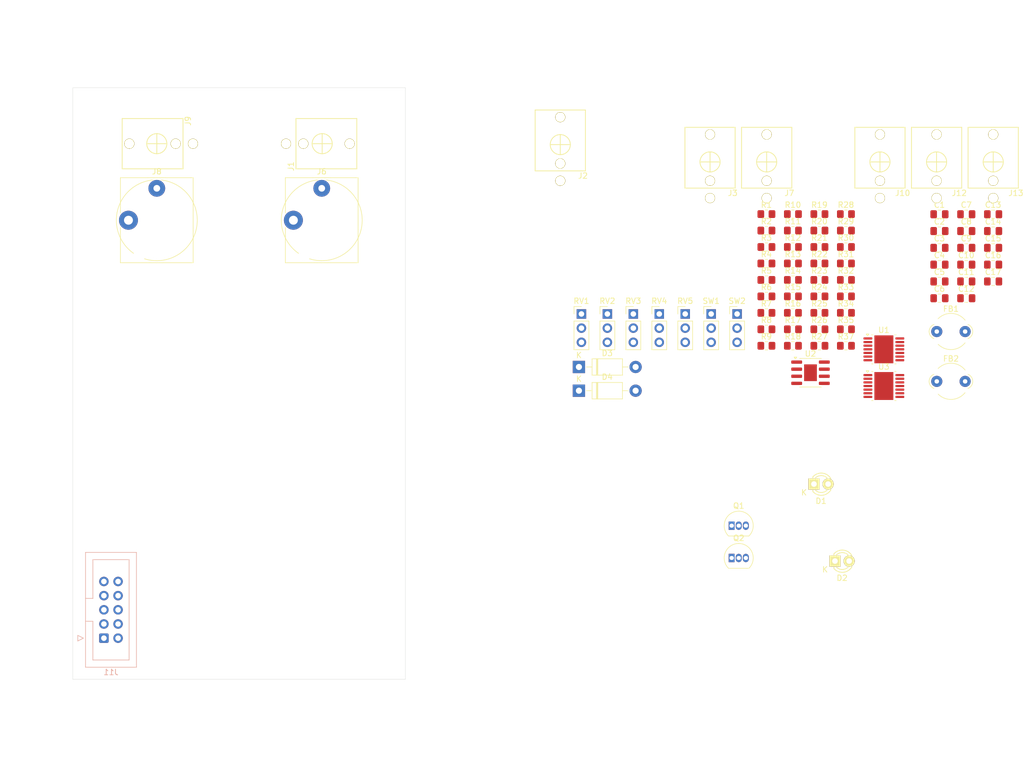
<source format=kicad_pcb>
(kicad_pcb (version 20240108) (generator "pcbnew") (generator_version "8.0")
  (layers (0 "F.Cu" signal) (31 "B.Cu" signal) (34 "B.Paste" user) (35 "F.Paste" user) (36 "B.SilkS" user "B.Silkscreen") (37 "F.SilkS" user "F.Silkscreen") (38 "B.Mask" user) (39 "F.Mask" user) (44 "Edge.Cuts" user))
  (net 0 "")
  (net 1 "Net-(C1-Pad1)")
  (net 2 "Net-(C1-Pad2)")
  (net 3 "Net-(C2-Pad1)")
  (net 4 "Net-(U1A--)")
  (net 5 "Net-(C3-Pad2)")
  (net 6 "Net-(C3-Pad1)")
  (net 7 "Net-(C4-Pad1)")
  (net 8 "Net-(U1C--)")
  (net 9 "+12V")
  (net 10 "GND")
  (net 11 "-12V")
  (net 12 "Net-(C13-Pad1)")
  (net 13 "Net-(C13-Pad2)")
  (net 14 "Net-(C14-Pad1)")
  (net 15 "Net-(U3B--)")
  (net 16 "Net-(C15-Pad2)")
  (net 17 "Net-(C15-Pad1)")
  (net 18 "Net-(C16-Pad1)")
  (net 19 "Net-(C16-Pad2)")
  (net 20 "Net-(U3D--)")
  (net 21 "Net-(C17-Pad2)")
  (net 22 "Net-(D1-K)")
  (net 23 "Net-(D2-K)")
  (net 24 "Net-(D3-A)")
  (net 25 "Net-(D4-K)")
  (net 26 "Net-(J11-Pin_10)")
  (net 27 "Net-(J11-Pin_1)")
  (net 28 "Net-(J1-Pad3)")
  (net 29 "Net-(J2-Pad3)")
  (net 30 "Net-(J3-Pad3)")
  (net 31 "Net-(J7-Pad3)")
  (net 32 "Net-(J9-Pad3)")
  (net 33 "Net-(J10-Pad3)")
  (net 34 "Net-(J12-Pad3)")
  (net 35 "Net-(J13-Pad3)")
  (net 36 "Net-(Q1-B)")
  (net 37 "Net-(Q1-E)")
  (net 38 "Net-(Q2-B)")
  (net 39 "Net-(Q2-E)")
  (net 40 "Net-(R4-Pad1)")
  (net 41 "Net-(U1B--)")
  (net 42 "Net-(U2A-+)")
  (net 43 "Net-(R10-Pad1)")
  (net 44 "Net-(U1D--)")
  (net 45 "Net-(U2B-+)")
  (net 46 "Net-(R19-Pad1)")
  (net 47 "/Buffered_inamp1")
  (net 48 "/Buffered_inamp2")
  (net 49 "Net-(R20-Pad1)")
  (net 50 "Net-(SW1-C)")
  (net 51 "Net-(SW1-A)")
  (net 52 "Net-(SW1-B)")
  (net 53 "Net-(R23-Pad2)")
  (net 54 "Net-(R24-Pad2)")
  (net 55 "Net-(R25-Pad1)")
  (net 56 "Net-(R26-Pad2)")
  (net 57 "Net-(SW2-C)")
  (net 58 "Net-(SW2-A)")
  (net 59 "Net-(R31-Pad2)")
  (net 60 "Net-(SW2-B)")
  (footprint "Resistor_SMD:R_0805_2012Metric_Pad1.20x1.40mm_HandSolder" (layer "F.Cu") (at 217.44 76.32)
    (property "Reference" "R2" (at 0 -1.65 0) (layer "F.SilkS"))
    (property "Value" "100k")
    (pad "1" smd roundrect (at -1 0) (size 1.2 1.4) (layers "F.Cu" "F.Paste" "F.Mask") (roundrect_rratio 0.208333) (net 2 "Net-(C1-Pad2)"))
    (pad "2" smd roundrect (at 1 0) (size 1.2 1.4) (layers "F.Cu" "F.Paste" "F.Mask") (roundrect_rratio 0.208333) (net 4 "Net-(U1A--)"))
  )
  (footprint "Capacitor_SMD:C_0805_2012Metric_Pad1.18x1.45mm_HandSolder" (layer "F.Cu") (at 258.07 73.4)
    (property "Reference" "C13" (at 0 -1.68 0) (layer "F.SilkS"))
    (property "Value" "1nF")
    (pad "1" smd roundrect (at -1.0375 0) (size 1.175 1.45) (layers "F.Cu" "F.Paste" "F.Mask") (roundrect_rratio 0.212766) (net 12 "Net-(C13-Pad1)"))
    (pad "2" smd roundrect (at 1.0375 0) (size 1.175 1.45) (layers "F.Cu" "F.Paste" "F.Mask") (roundrect_rratio 0.212766) (net 13 "Net-(C13-Pad2)"))
  )
  (footprint "Resistor_SMD:R_0805_2012Metric_Pad1.20x1.40mm_HandSolder" (layer "F.Cu") (at 222.19 76.32)
    (property "Reference" "R11" (at 0 -1.65 0) (layer "F.SilkS"))
    (property "Value" "10k")
    (pad "1" smd roundrect (at -1 0) (size 1.2 1.4) (layers "F.Cu" "F.Paste" "F.Mask") (roundrect_rratio 0.208333) (net 44 "Net-(U1D--)"))
    (pad "2" smd roundrect (at 1 0) (size 1.2 1.4) (layers "F.Cu" "F.Paste" "F.Mask") (roundrect_rratio 0.208333) (net 45 "Net-(U2B-+)"))
  )
  (footprint "Diode_THT:D_DO-41_SOD81_P10.16mm_Horizontal" (layer "F.Cu") (at 183.84 100.77)
    (property "Reference" "D3" (at 5.08 -2.47 0) (layer "F.SilkS"))
    (property "Value" "1N5817")
    (fp_text user "K" (at 0 -2.1 0) (layer "F.SilkS"))
    (pad "1" thru_hole rect (at 0 0) (size 2.2 2.2) (drill 1.1) (layers "*.Cu" "*.Mask") (net 9 "+12V"))
    (pad "2" thru_hole oval (at 10.16 0) (size 2.2 2.2) (drill 1.1) (layers "*.Cu" "*.Mask") (net 24 "Net-(D3-A)"))
  )
  (footprint "Resistor_SMD:R_0805_2012Metric_Pad1.20x1.40mm_HandSolder" (layer "F.Cu") (at 231.69 85.17)
    (property "Reference" "R32" (at 0 -1.65 0) (layer "F.SilkS"))
    (property "Value" "6.8k")
    (pad "1" smd roundrect (at -1 0) (size 1.2 1.4) (layers "F.Cu" "F.Paste" "F.Mask") (roundrect_rratio 0.208333) (net 59 "Net-(R31-Pad2)"))
    (pad "2" smd roundrect (at 1 0) (size 1.2 1.4) (layers "F.Cu" "F.Paste" "F.Mask") (roundrect_rratio 0.208333) (net 17 "Net-(C15-Pad1)"))
  )
  (footprint "Resistor_SMD:R_0805_2012Metric_Pad1.20x1.40mm_HandSolder" (layer "F.Cu") (at 231.69 88.12)
    (property "Reference" "R33" (at 0 -1.65 0) (layer "F.SilkS"))
    (property "Value" "2.2k")
    (pad "1" smd roundrect (at -1 0) (size 1.2 1.4) (layers "F.Cu" "F.Paste" "F.Mask") (roundrect_rratio 0.208333) (net 59 "Net-(R31-Pad2)"))
    (pad "2" smd roundrect (at 1 0) (size 1.2 1.4) (layers "F.Cu" "F.Paste" "F.Mask") (roundrect_rratio 0.208333) (net 18 "Net-(C16-Pad1)"))
  )
  (footprint "Capacitor_SMD:C_0805_2012Metric_Pad1.18x1.45mm_HandSolder" (layer "F.Cu") (at 258.07 82.43)
    (property "Reference" "C16" (at 0 -1.68 0) (layer "F.SilkS"))
    (property "Value" "33nF")
    (pad "1" smd roundrect (at -1.0375 0) (size 1.175 1.45) (layers "F.Cu" "F.Paste" "F.Mask") (roundrect_rratio 0.212766) (net 18 "Net-(C16-Pad1)"))
    (pad "2" smd roundrect (at 1.0375 0) (size 1.175 1.45) (layers "F.Cu" "F.Paste" "F.Mask") (roundrect_rratio 0.212766) (net 19 "Net-(C16-Pad2)"))
  )
  (footprint "Eurocad:PJ301M-12" (layer "F.Cu") (at 108.19 60.75 90)
    (property "Reference" "J9" (at 4.064 5.588 90) (layer "F.SilkS"))
    (property "Value" "AUDIO_IN2")
    (pad "1" thru_hole circle (at 0 6.48 90) (size 1.8 1.8) (drill 1.6) (layers "*.Cu" "*.Mask" "F.SilkS") (net 10 "GND"))
    (pad "2" thru_hole circle (at 0 3.38 90) (size 1.8 1.8) (drill 1.6) (layers "*.Cu" "*.Mask" "F.SilkS") (net 10 "GND"))
    (pad "3" thru_hole circle (at 0 -4.92 90) (size 1.8 1.8) (drill 1.6) (layers "*.Cu" "*.Mask" "F.SilkS") (net 32 "Net-(J9-Pad3)"))
  )
  (footprint "Resistor_SMD:R_0805_2012Metric_Pad1.20x1.40mm_HandSolder" (layer "F.Cu") (at 217.44 82.22)
    (property "Reference" "R4" (at 0 -1.65 0) (layer "F.SilkS"))
    (property "Value" "1k")
    (pad "1" smd roundrect (at -1 0) (size 1.2 1.4) (layers "F.Cu" "F.Paste" "F.Mask") (roundrect_rratio 0.208333) (net 40 "Net-(R4-Pad1)"))
    (pad "2" smd roundrect (at 1 0) (size 1.2 1.4) (layers "F.Cu" "F.Paste" "F.Mask") (roundrect_rratio 0.208333) (net 41 "Net-(U1B--)"))
  )
  (footprint "Capacitor_SMD:C_0805_2012Metric_Pad1.18x1.45mm_HandSolder" (layer "F.Cu") (at 248.45 88.45)
    (property "Reference" "C6" (at 0 -1.68 0) (layer "F.SilkS"))
    (property "Value" "10uF")
    (pad "1" smd roundrect (at -1.0375 0) (size 1.175 1.45) (layers "F.Cu" "F.Paste" "F.Mask") (roundrect_rratio 0.212766) (net 10 "GND"))
    (pad "2" smd roundrect (at 1.0375 0) (size 1.175 1.45) (layers "F.Cu" "F.Paste" "F.Mask") (roundrect_rratio 0.212766) (net 11 "-12V"))
  )
  (footprint "Capacitor_SMD:C_0805_2012Metric_Pad1.18x1.45mm_HandSolder" (layer "F.Cu") (at 248.45 76.41)
    (property "Reference" "C2" (at 0 -1.68 0) (layer "F.SilkS"))
    (property "Value" "47pF")
    (pad "1" smd roundrect (at -1.0375 0) (size 1.175 1.45) (layers "F.Cu" "F.Paste" "F.Mask") (roundrect_rratio 0.212766) (net 3 "Net-(C2-Pad1)"))
    (pad "2" smd roundrect (at 1.0375 0) (size 1.175 1.45) (layers "F.Cu" "F.Paste" "F.Mask") (roundrect_rratio 0.212766) (net 4 "Net-(U1A--)"))
  )
  (footprint "Resistor_SMD:R_0805_2012Metric_Pad1.20x1.40mm_HandSolder" (layer "F.Cu") (at 226.94 79.27)
    (property "Reference" "R21" (at 0 -1.65 0) (layer "F.SilkS"))
    (property "Value" "10k")
    (pad "1" smd roundrect (at -1 0) (size 1.2 1.4) (layers "F.Cu" "F.Paste" "F.Mask") (roundrect_rratio 0.208333) (net 34 "Net-(J12-Pad3)"))
    (pad "2" smd roundrect (at 1 0) (size 1.2 1.4) (layers "F.Cu" "F.Paste" "F.Mask") (roundrect_rratio 0.208333) (net 50 "Net-(SW1-C)"))
  )
  (footprint "Eurocad:PJ301M-12" (layer "F.Cu") (at 237.79 64.02)
    (property "Reference" "J10" (at 4.064 5.588 0) (layer "F.SilkS"))
    (property "Value" "AUDIO_OUT_INAMP2")
    (pad "1" thru_hole circle (at 0 6.48) (size 1.8 1.8) (drill 1.6) (layers "*.Cu" "*.Mask" "F.SilkS") (net 10 "GND"))
    (pad "2" thru_hole circle (at 0 3.38) (size 1.8 1.8) (drill 1.6) (layers "*.Cu" "*.Mask" "F.SilkS") (net 10 "GND"))
    (pad "3" thru_hole circle (at 0 -4.92) (size 1.8 1.8) (drill 1.6) (layers "*.Cu" "*.Mask" "F.SilkS") (net 33 "Net-(J10-Pad3)"))
  )
  (footprint "Resistor_SMD:R_0805_2012Metric_Pad1.20x1.40mm_HandSolder" (layer "F.Cu") (at 226.94 82.22)
    (property "Reference" "R22" (at 0 -1.65 0) (layer "F.SilkS"))
    (property "Value" "10k")
    (pad "1" smd roundrect (at -1 0) (size 1.2 1.4) (layers "F.Cu" "F.Paste" "F.Mask") (roundrect_rratio 0.208333) (net 47 "/Buffered_inamp1"))
    (pad "2" smd roundrect (at 1 0) (size 1.2 1.4) (layers "F.Cu" "F.Paste" "F.Mask") (roundrect_rratio 0.208333) (net 51 "Net-(SW1-A)"))
  )
  (footprint "Connector_PinHeader_2.54mm:PinHeader_1x03_P2.54mm_Vertical" (layer "F.Cu") (at 198.24 91.27)
    (property "Reference" "RV4" (at 0 -2.33 0) (layer "F.SilkS"))
    (property "Value" "10k")
    (pad "1" thru_hole rect (at 0 0) (size 1.7 1.7) (drill 1) (layers "*.Cu" "*.Mask") (net 53 "Net-(R23-Pad2)"))
    (pad "2" thru_hole oval (at 0 2.54) (size 1.7 1.7) (drill 1) (layers "*.Cu" "*.Mask") (net 12 "Net-(C13-Pad1)"))
    (pad "3" thru_hole oval (at 0 5.08) (size 1.7 1.7) (drill 1) (layers "*.Cu" "*.Mask") (net 14 "Net-(C14-Pad1)"))
  )
  (footprint "Resistor_SMD:R_0805_2012Metric_Pad1.20x1.40mm_HandSolder" (layer "F.Cu") (at 231.69 91.07)
    (property "Reference" "R34" (at 0 -1.65 0) (layer "F.SilkS"))
    (property "Value" "6.8k")
    (pad "1" smd roundrect (at -1 0) (size 1.2 1.4) (layers "F.Cu" "F.Paste" "F.Mask") (roundrect_rratio 0.208333) (net 19 "Net-(C16-Pad2)"))
    (pad "2" smd roundrect (at 1 0) (size 1.2 1.4) (layers "F.Cu" "F.Paste" "F.Mask") (roundrect_rratio 0.208333) (net 21 "Net-(C17-Pad2)"))
  )
  (footprint "Resistor_SMD:R_0805_2012Metric_Pad1.20x1.40mm_HandSolder" (layer "F.Cu") (at 231.69 76.32)
    (property "Reference" "R29" (at 0 -1.65 0) (layer "F.SilkS"))
    (property "Value" "10k")
    (pad "1" smd roundrect (at -1 0) (size 1.2 1.4) (layers "F.Cu" "F.Paste" "F.Mask") (roundrect_rratio 0.208333) (net 29 "Net-(J2-Pad3)"))
    (pad "2" smd roundrect (at 1 0) (size 1.2 1.4) (layers "F.Cu" "F.Paste" "F.Mask") (roundrect_rratio 0.208333) (net 57 "Net-(SW2-C)"))
  )
  (footprint "Resistor_SMD:R_0805_2012Metric_Pad1.20x1.40mm_HandSolder" (layer "F.Cu") (at 222.19 88.12)
    (property "Reference" "R15" (at 0 -1.65 0) (layer "F.SilkS"))
    (property "Value" "470")
    (pad "1" smd roundrect (at -1 0) (size 1.2 1.4) (layers "F.Cu" "F.Paste" "F.Mask") (roundrect_rratio 0.208333) (net 10 "GND"))
    (pad "2" smd roundrect (at 1 0) (size 1.2 1.4) (layers "F.Cu" "F.Paste" "F.Mask") (roundrect_rratio 0.208333) (net 37 "Net-(Q1-E)"))
  )
  (footprint "Resistor_SMD:R_0805_2012Metric_Pad1.20x1.40mm_HandSolder" (layer "F.Cu") (at 222.19 82.22)
    (property "Reference" "R13" (at 0 -1.65 0) (layer "F.SilkS"))
    (property "Value" "22k")
    (pad "1" smd roundrect (at -1 0) (size 1.2 1.4) (layers "F.Cu" "F.Paste" "F.Mask") (roundrect_rratio 0.208333) (net 36 "Net-(Q1-B)"))
    (pad "2" smd roundrect (at 1 0) (size 1.2 1.4) (layers "F.Cu" "F.Paste" "F.Mask") (roundrect_rratio 0.208333) (net 9 "+12V"))
  )
  (footprint "Eurocad:PJ301M-12" (layer "F.Cu") (at 258.09 64.02)
    (property "Reference" "J13" (at 4.064 5.588 0) (layer "F.SilkS"))
    (property "Value" "AUDIO_OUT_EQ")
    (pad "1" thru_hole circle (at 0 6.48) (size 1.8 1.8) (drill 1.6) (layers "*.Cu" "*.Mask" "F.SilkS") (net 10 "GND"))
    (pad "2" thru_hole circle (at 0 3.38) (size 1.8 1.8) (drill 1.6) (layers "*.Cu" "*.Mask" "F.SilkS") (net 10 "GND"))
    (pad "3" thru_hole circle (at 0 -4.92) (size 1.8 1.8) (drill 1.6) (layers "*.Cu" "*.Mask" "F.SilkS") (net 35 "Net-(J13-Pad3)"))
  )
  (footprint "Resistor_SMD:R_0805_2012Metric_Pad1.20x1.40mm_HandSolder" (layer "F.Cu") (at 231.69 94.02)
    (property "Reference" "R35" (at 0 -1.65 0) (layer "F.SilkS"))
    (property "Value" "2.2k")
    (pad "1" smd roundrect (at -1 0) (size 1.2 1.4) (layers "F.Cu" "F.Paste" "F.Mask") (roundrect_rratio 0.208333) (net 16 "Net-(C15-Pad2)"))
    (pad "2" smd roundrect (at 1 0) (size 1.2 1.4) (layers "F.Cu" "F.Paste" "F.Mask") (roundrect_rratio 0.208333) (net 21 "Net-(C17-Pad2)"))
  )
  (footprint "Capacitor_SMD:C_0805_2012Metric_Pad1.18x1.45mm_HandSolder" (layer "F.Cu") (at 253.26 82.43)
    (property "Reference" "C10" (at 0 -1.68 0) (layer "F.SilkS"))
    (property "Value" "100nf")
    (pad "1" smd roundrect (at -1.0375 0) (size 1.175 1.45) (layers "F.Cu" "F.Paste" "F.Mask") (roundrect_rratio 0.212766) (net 10 "GND"))
    (pad "2" smd roundrect (at 1.0375 0) (size 1.175 1.45) (layers "F.Cu" "F.Paste" "F.Mask") (roundrect_rratio 0.212766) (net 11 "-12V"))
  )
  (footprint "Capacitor_SMD:C_0805_2012Metric_Pad1.18x1.45mm_HandSolder" (layer "F.Cu") (at 253.26 76.41)
    (property "Reference" "C8" (at 0 -1.68 0) (layer "F.SilkS"))
    (property "Value" "100nf")
    (pad "1" smd roundrect (at -1.0375 0) (size 1.175 1.45) (layers "F.Cu" "F.Paste" "F.Mask") (roundrect_rratio 0.212766) (net 10 "GND"))
    (pad "2" smd roundrect (at 1.0375 0) (size 1.175 1.45) (layers "F.Cu" "F.Paste" "F.Mask") (roundrect_rratio 0.212766) (net 11 "-12V"))
  )
  (footprint "Resistor_SMD:R_0805_2012Metric_Pad1.20x1.40mm_HandSolder" (layer "F.Cu") (at 222.19 94.02)
    (property "Reference" "R17" (at 0 -1.65 0) (layer "F.SilkS"))
    (property "Value" "1k")
    (pad "1" smd roundrect (at -1 0) (size 1.2 1.4) (layers "F.Cu" "F.Paste" "F.Mask") (roundrect_rratio 0.208333) (net 45 "Net-(U2B-+)"))
    (pad "2" smd roundrect (at 1 0) (size 1.2 1.4) (layers "F.Cu" "F.Paste" "F.Mask") (roundrect_rratio 0.208333) (net 38 "Net-(Q2-B)"))
  )
  (footprint "Diode_THT:D_DO-41_SOD81_P10.16mm_Horizontal" (layer "F.Cu") (at 183.84 105.02)
    (property "Reference" "D4" (at 5.08 -2.47 0) (layer "F.SilkS"))
    (property "Value" "1N5817")
    (fp_text user "K" (at 0 -2.1 0) (layer "F.SilkS"))
    (pad "1" thru_hole rect (at 0 0) (size 2.2 2.2) (drill 1.1) (layers "*.Cu" "*.Mask") (net 25 "Net-(D4-K)"))
    (pad "2" thru_hole oval (at 10.16 0) (size 2.2 2.2) (drill 1.1) (layers "*.Cu" "*.Mask") (net 11 "-12V"))
  )
  (footprint "Connector_PinHeader_2.54mm:PinHeader_1x03_P2.54mm_Vertical" (layer "F.Cu") (at 188.94 91.27)
    (property "Reference" "RV2" (at 0 -2.33 0) (layer "F.SilkS"))
    (property "Value" "10k")
    (pad "1" thru_hole rect (at 0 0) (size 1.7 1.7) (drill 1) (layers "*.Cu" "*.Mask") (net 10 "GND"))
    (pad "2" thru_hole oval (at 0 2.54) (size 1.7 1.7) (drill 1) (layers "*.Cu" "*.Mask") (net 43 "Net-(R10-Pad1)"))
    (pad "3" thru_hole oval (at 0 5.08) (size 1.7 1.7) (drill 1) (layers "*.Cu" "*.Mask") (net 7 "Net-(C4-Pad1)"))
  )
  (footprint "Package_TO_SOT_THT:TO-92_Inline" (layer "F.Cu") (at 211.21 129.21)
    (property "Reference" "Q1" (at 1.27 -3.56 0) (layer "F.SilkS"))
    (property "Value" "2N3904")
    (pad "1" thru_hole rect (at 0 0) (size 1.05 1.5) (drill 0.75) (layers "*.Cu" "*.Mask") (net 37 "Net-(Q1-E)"))
    (pad "2" thru_hole oval (at 1.27 0) (size 1.05 1.5) (drill 0.75) (layers "*.Cu" "*.Mask") (net 36 "Net-(Q1-B)"))
    (pad "3" thru_hole oval (at 2.54 0) (size 1.05 1.5) (drill 0.75) (layers "*.Cu" "*.Mask") (net 22 "Net-(D1-K)"))
  )
  (footprint "Eurocad:PJ301M-12" (layer "F.Cu") (at 207.34 64.02)
    (property "Reference" "J3" (at 4.064 5.588 0) (layer "F.SilkS"))
    (property "Value" "AUDIO_OUT_TILT")
    (pad "1" thru_hole circle (at 0 6.48) (size 1.8 1.8) (drill 1.6) (layers "*.Cu" "*.Mask" "F.SilkS") (net 10 "GND"))
    (pad "2" thru_hole circle (at 0 3.38) (size 1.8 1.8) (drill 1.6) (layers "*.Cu" "*.Mask" "F.SilkS") (net 10 "GND"))
    (pad "3" thru_hole circle (at 0 -4.92) (size 1.8 1.8) (drill 1.6) (layers "*.Cu" "*.Mask" "F.SilkS") (net 30 "Net-(J3-Pad3)"))
  )
  (footprint "Capacitor_SMD:C_0805_2012Metric_Pad1.18x1.45mm_HandSolder" (layer "F.Cu") (at 258.07 85.44)
    (property "Reference" "C17" (at 0 -1.68 0) (layer "F.SilkS"))
    (property "Value" "22pF")
    (pad "1" smd roundrect (at -1.0375 0) (size 1.175 1.45) (layers "F.Cu" "F.Paste" "F.Mask") (roundrect_rratio 0.212766) (net 20 "Net-(U3D--)"))
    (pad "2" smd roundrect (at 1.0375 0) (size 1.175 1.45) (layers "F.Cu" "F.Paste" "F.Mask") (roundrect_rratio 0.212766) (net 21 "Net-(C17-Pad2)"))
  )
  (footprint "Capacitor_SMD:C_0805_2012Metric_Pad1.18x1.45mm_HandSolder" (layer "F.Cu") (at 253.26 85.44)
    (property "Reference" "C11" (at 0 -1.68 0) (layer "F.SilkS"))
    (property "Value" "100nf")
    (pad "1" smd roundrect (at -1.0375 0) (size 1.175 1.45) (layers "F.Cu" "F.Paste" "F.Mask") (roundrect_rratio 0.212766) (net 9 "+12V"))
    (pad "2" smd roundrect (at 1.0375 0) (size 1.175 1.45) (layers "F.Cu" "F.Paste" "F.Mask") (roundrect_rratio 0.212766) (net 10 "GND"))
  )
  (footprint "Capacitor_SMD:C_0805_2012Metric_Pad1.18x1.45mm_HandSolder" (layer "F.Cu") (at 258.07 79.42)
    (property "Reference" "C15" (at 0 -1.68 0) (layer "F.SilkS"))
    (property "Value" "33nF")
    (pad "1" smd roundrect (at -1.0375 0) (size 1.175 1.45) (layers "F.Cu" "F.Paste" "F.Mask") (roundrect_rratio 0.212766) (net 17 "Net-(C15-Pad1)"))
    (pad "2" smd roundrect (at 1.0375 0) (size 1.175 1.45) (layers "F.Cu" "F.Paste" "F.Mask") (roundrect_rratio 0.212766) (net 16 "Net-(C15-Pad2)"))
  )
  (footprint "Capacitor_SMD:C_0805_2012Metric_Pad1.18x1.45mm_HandSolder" (layer "F.Cu") (at 248.45 82.43)
    (property "Reference" "C4" (at 0 -1.68 0) (layer "F.SilkS"))
    (property "Value" "47pF")
    (pad "1" smd roundrect (at -1.0375 0) (size 1.175 1.45) (layers "F.Cu" "F.Paste" "F.Mask") (roundrect_rratio 0.212766) (net 7 "Net-(C4-Pad1)"))
    (pad "2" smd roundrect (at 1.0375 0) (size 1.175 1.45) (layers "F.Cu" "F.Paste" "F.Mask") (roundrect_rratio 0.212766) (net 8 "Net-(U1C--)"))
  )
  (footprint "Connector_Audio:Jack_6.35mm_Neutrik_NJ2FD-V_Vertical" (layer "F.Cu") (at 137.75 68.75)
    (property "Reference" "J6" (at 0 -3 0) (layer "F.SilkS"))
    (property "Value" "line input1")
    (pad "" np_thru_hole circle (at -3.18 12.07 180) (size 1.6 1.6) (drill 1.6) (layers "*.Cu" "*.Mask"))
    (pad "" np_thru_hole circle (at 3.81 1.91 180) (size 2.1 2.1) (drill 2.1) (layers "*.Cu" "*.Mask"))
    (pad "S" thru_hole circle (at -5.08 5.72 180) (size 3.4 3.4) (drill 1.6) (layers "*.Cu" "*.Mask") (net 10 "GND"))
    (pad "T" thru_hole circle (at 0 0 180) (size 3 3) (drill 1.2) (layers "*.Cu" "*.Mask") (net 1 "Net-(C1-Pad1)"))
  )
  (footprint "Resistor_SMD:R_0805_2012Metric_Pad1.20x1.40mm_HandSolder" (layer "F.Cu") (at 231.69 73.37)
    (property "Reference" "R28" (at 0 -1.65 0) (layer "F.SilkS"))
    (property "Value" "1k")
    (pad "1" smd roundrect (at -1 0) (size 1.2 1.4) (layers "F.Cu" "F.Paste" "F.Mask") (roundrect_rratio 0.208333) (net 14 "Net-(C14-Pad1)"))
    (pad "2" smd roundrect (at 1 0) (size 1.2 1.4) (layers "F.Cu" "F.Paste" "F.Mask") (roundrect_rratio 0.208333) (net 35 "Net-(J13-Pad3)"))
  )
  (footprint "Resistor_SMD:R_0805_2012Metric_Pad1.20x1.40mm_HandSolder" (layer "F.Cu") (at 222.19 79.27)
    (property "Reference" "R12" (at 0 -1.65 0) (layer "F.SilkS"))
    (property "Value" "1k")
    (pad "1" smd roundrect (at -1 0) (size 1.2 1.4) (layers "F.Cu" "F.Paste" "F.Mask") (roundrect_rratio 0.208333) (net 45 "Net-(U2B-+)"))
    (pad "2" smd roundrect (at 1 0) (size 1.2 1.4) (layers "F.Cu" "F.Paste" "F.Mask") (roundrect_rratio 0.208333) (net 33 "Net-(J10-Pad3)"))
  )
  (footprint "Ferrite_THT:LairdTech_28C0236-0JW-10" (layer "F.Cu") (at 247.972832 94.42)
    (property "Reference" "FB1" (at 2.54 -4.064 0) (layer "F.SilkS"))
    (property "Value" "FerriteBead_Small")
    (pad "1" thru_hole circle (at 0 0) (size 2 2) (drill 0.8) (layers "*.Cu" "*.Mask") (net 24 "Net-(D3-A)"))
    (pad "2" thru_hole circle (at 5.08 0) (size 2 2) (drill 0.8) (layers "*.Cu" "*.Mask") (net 26 "Net-(J11-Pin_10)"))
  )
  (footprint "Connector_PinHeader_2.54mm:PinHeader_1x03_P2.54mm_Vertical" (layer "F.Cu") (at 202.89 91.27)
    (property "Reference" "RV5" (at 0 -2.33 0) (layer "F.SilkS"))
    (property "Value" "10k")
    (pad "1" thru_hole rect (at 0 0) (size 1.7 1.7) (drill 1) (layers "*.Cu" "*.Mask") (net 19 "Net-(C16-Pad2)"))
    (pad "2" thru_hole oval (at 0 2.54) (size 1.7 1.7) (drill 1) (layers "*.Cu" "*.Mask") (net 20 "Net-(U3D--)"))
    (pad "3" thru_hole oval (at 0 5.08) (size 1.7 1.7) (drill 1) (layers "*.Cu" "*.Mask") (net 17 "Net-(C15-Pad1)"))
  )
  (footprint "Capacitor_SMD:C_0805_2012Metric_Pad1.18x1.45mm_HandSolder" (layer "F.Cu") (at 248.45 73.4)
    (property "Reference" "C1" (at 0 -1.68 0) (layer "F.SilkS"))
    (property "Value" "220n")
    (pad "1" smd roundrect (at -1.0375 0) (size 1.175 1.45) (layers "F.Cu" "F.Paste" "F.Mask") (roundrect_rratio 0.212766) (net 1 "Net-(C1-Pad1)"))
    (pad "2" smd roundrect (at 1.0375 0) (size 1.175 1.45) (layers "F.Cu" "F.Paste" "F.Mask") (roundrect_rratio 0.212766) (net 2 "Net-(C1-Pad2)"))
  )
  (footprint "Capacitor_SMD:C_0805_2012Metric_Pad1.18x1.45mm_HandSolder" (layer "F.Cu") (at 258.07 76.41)
    (property "Reference" "C14" (at 0 -1.68 0) (layer "F.SilkS"))
    (property "Value" "22pF")
    (pad "1" smd roundrect (at -1.0375 0) (size 1.175 1.45) (layers "F.Cu" "F.Paste" "F.Mask") (roundrect_rratio 0.212766) (net 14 "Net-(C14-Pad1)"))
    (pad "2" smd roundrect (at 1.0375 0) (size 1.175 1.45) (layers "F.Cu" "F.Paste" "F.Mask") (roundrect_rratio 0.212766) (net 15 "Net-(U3B--)"))
  )
  (footprint "Capacitor_SMD:C_0805_2012Metric_Pad1.18x1.45mm_HandSolder" (layer "F.Cu") (at 253.26 79.42)
    (property "Reference" "C9" (at 0 -1.68 0) (layer "F.SilkS"))
    (property "Value" "100nf")
    (pad "1" smd roundrect (at -1.0375 0) (size 1.175 1.45) (layers "F.Cu" "F.Paste" "F.Mask") (roundrect_rratio 0.212766) (net 9 "+12V"))
    (pad "2" smd roundrect (at 1.0375 0) (size 1.175 1.45) (layers "F.Cu" "F.Paste" "F.Mask") (roundrect_rratio 0.212766) (net 10 "GND"))
  )
  (footprint "Resistor_SMD:R_0805_2012Metric_Pad1.20x1.40mm_HandSolder" (layer "F.Cu") (at 226.94 73.37)
    (property "Reference" "R19" (at 0 -1.65 0) (layer "F.SilkS"))
    (property "Value" "100R")
    (pad "1" smd roundrect (at -1 0) (size 1.2 1.4) (layers "F.Cu" "F.Paste" "F.Mask") (roundrect_rratio 0.208333) (net 46 "Net-(R19-Pad1)"))
    (pad "2" smd roundrect (at 1 0) (size 1.2 1.4) (layers "F.Cu" "F.Paste" "F.Mask") (roundrect_rratio 0.208333) (net 47 "/Buffered_inamp1"))
  )
  (footprint "Resistor_SMD:R_0805_2012Metric_Pad1.20x1.40mm_HandSolder" (layer "F.Cu") (at 226.94 76.32)
    (property "Reference" "R20" (at 0 -1.65 0) (layer "F.SilkS"))
    (property "Value" "100R")
    (pad "1" smd roundrect (at -1 0) (size 1.2 1.4) (layers "F.Cu" "F.Paste" "F.Mask") (roundrect_rratio 0.208333) (net 49 "Net-(R20-Pad1)"))
    (pad "2" smd roundrect (at 1 0) (size 1.2 1.4) (layers "F.Cu" "F.Paste" "F.Mask") (roundrect_rratio 0.208333) (net 48 "/Buffered_inamp2"))
  )
  (footprint "Resistor_SMD:R_0805_2012Metric_Pad1.20x1.40mm_HandSolder" (layer "F.Cu") (at 217.44 73.37)
    (property "Reference" "R1" (at 0 -1.65 0) (layer "F.SilkS"))
    (property "Value" "100k")
    (pad "1" smd roundrect (at -1 0) (size 1.2 1.4) (layers "F.Cu" "F.Paste" "F.Mask") (roundrect_rratio 0.208333) (net 28 "Net-(J1-Pad3)"))
    (pad "2" smd roundrect (at 1 0) (size 1.2 1.4) (layers "F.Cu" "F.Paste" "F.Mask") (roundrect_rratio 0.208333) (net 4 "Net-(U1A--)"))
  )
  (footprint "Resistor_SMD:R_0805_2012Metric_Pad1.20x1.40mm_HandSolder" (layer "F.Cu") (at 217.44 91.07)
    (property "Reference" "R7" (at 0 -1.65 0) (layer "F.SilkS"))
    (property "Value" "100k")
    (pad "1" smd roundrect (at -1 0) (size 1.2 1.4) (layers "F.Cu" "F.Paste" "F.Mask") (roundrect_rratio 0.208333) (net 5 "Net-(C3-Pad2)"))
    (pad "2" smd roundrect (at 1 0) (size 1.2 1.4) (layers "F.Cu" "F.Paste" "F.Mask") (roundrect_rratio 0.208333) (net 8 "Net-(U1C--)"))
  )
  (footprint "Connector_PinHeader_2.54mm:PinHeader_1x03_P2.54mm_Vertical" (layer "F.Cu") (at 212.19 91.27)
    (property "Reference" "SW2" (at 0 -2.33 0) (layer "F.SilkS"))
    (property "Value" "SW_SPDT")
    (pad "1" thru_hole rect (at 0 0) (size 1.7 1.7) (drill 1) (layers "*.Cu" "*.Mask") (net 58 "Net-(SW2-A)"))
    (pad "2" thru_hole oval (at 0 2.54) (size 1.7 1.7) (drill 1) (layers "*.Cu" "*.Mask") (net 60 "Net-(SW2-B)"))
    (pad "3" thru_hole oval (at 0 5.08) (size 1.7 1.7) (drill 1) (layers "*.Cu" "*.Mask") (net 57 "Net-(SW2-C)"))
  )
  (footprint "Package_TO_SOT_THT:TO-92_Inline" (layer "F.Cu") (at 211.21 135)
    (property "Reference" "Q2" (at 1.27 -3.56 0) (layer "F.SilkS"))
    (property "Value" "2N3904")
    (pad "1" thru_hole rect (at 0 0) (size 1.05 1.5) (drill 0.75) (layers "*.Cu" "*.Mask") (net 39 "Net-(Q2-E)"))
    (pad "2" thru_hole oval (at 1.27 0) (size 1.05 1.5) (drill 0.75) (layers "*.Cu" "*.Mask") (net 38 "Net-(Q2-B)"))
    (pad "3" thru_hole oval (at 2.54 0) (size 1.05 1.5) (drill 0.75) (layers "*.Cu" "*.Mask") (net 23 "Net-(D2-K)"))
  )
  (footprint "Connector_PinHeader_2.54mm:PinHeader_1x03_P2.54mm_Vertical" (layer "F.Cu") (at 193.59 91.27)
    (property "Reference" "RV3" (at 0 -2.33 0) (layer "F.SilkS"))
    (property "Value" "10k")
    (pad "1" thru_hole rect (at 0 0) (size 1.7 1.7) (drill 1) (layers "*.Cu" "*.Mask") (net 55 "Net-(R25-Pad1)"))
    (pad "2" thru_hole oval (at 0 2.54) (size 1.7 1.7) (drill 1) (layers "*.Cu" "*.Mask") (net 56 "Net-(R26-Pad2)"))
    (pad "3" thru_hole oval (at 0 5.08) (size 1.7 1.7) (drill 1) (layers "*.Cu" "*.Mask") (net 54 "Net-(R24-Pad2)"))
  )
  (footprint "Resistor_SMD:R_0805_2012Metric_Pad1.20x1.40mm_HandSolder" (layer "F.Cu") (at 222.19 91.07)
    (property "Reference" "R16" (at 0 -1.65 0) (layer "F.SilkS"))
    (property "Value" "22k")
    (pad "1" smd roundrect (at -1 0) (size 1.2 1.4) (layers "F.Cu" "F.Paste" "F.Mask") (roundrect_rratio 0.208333) (net 38 "Net-(Q2-B)"))
    (pad "2" smd roundrect (at 1 0) (size 1.2 1.4) (layers "F.Cu" "F.Paste" "F.Mask") (roundrect_rratio 0.208333) (net 9 "+12V"))
  )
  (footprint "Eurocad:LED3mm" (layer "F.Cu") (at 227.23 121.75)
    (property "Reference" "D1" (at 0 3.048 0) (layer "F.SilkS"))
    (property "Value" "led3mm")
    (fp_text user "K" (at -3.048 1.524 0) (layer "F.SilkS"))
    (pad "1" thru_hole rect (at -1.27 0 90) (size 2 2) (drill 1.00076) (layers "*.Cu" "*.Mask" "F.SilkS") (net 22 "Net-(D1-K)"))
    (pad "2" thru_hole circle (at 1.27 0) (size 2 2) (drill 1.00076) (layers "*.Cu" "*.Mask" "F.SilkS") (net 9 "+12V"))
  )
  (footprint "Resistor_SMD:R_0805_2012Metric_Pad1.20x1.40mm_HandSolder" (layer "F.Cu") (at 217.44 96.97)
    (property "Reference" "R9" (at 0 -1.65 0) (layer "F.SilkS"))
    (property "Value" "220k")
    (pad "1" smd roundrect (at -1 0) (size 1.2 1.4) (layers "F.Cu" "F.Paste" "F.Mask") (roundrect_rratio 0.208333) (net 8 "Net-(U1C--)"))
    (pad "2" smd roundrect (at 1 0) (size 1.2 1.4) (layers "F.Cu" "F.Paste" "F.Mask") (roundrect_rratio 0.208333) (net 7 "Net-(C4-Pad1)"))
  )
  (footprint "Eurocad:PJ301M-12" (layer "F.Cu") (at 217.49 64.02)
    (property "Reference" "J7" (at 4.064 5.588 0) (layer "F.SilkS"))
    (property "Value" "AUDIO_OUT_INAMP1")
    (pad "1" thru_hole circle (at 0 6.48) (size 1.8 1.8) (drill 1.6) (layers "*.Cu" "*.Mask" "F.SilkS") (net 10 "GND"))
    (pad "2" thru_hole circle (at 0 3.38) (size 1.8 1.8) (drill 1.6) (layers "*.Cu" "*.Mask" "F.SilkS") (net 10 "GND"))
    (pad "3" thru_hole circle (at 0 -4.92) (size 1.8 1.8) (drill 1.6) (layers "*.Cu" "*.Mask" "F.SilkS") (net 31 "Net-(J7-Pad3)"))
  )
  (footprint "Resistor_SMD:R_0805_2012Metric_Pad1.20x1.40mm_HandSolder" (layer "F.Cu") (at 226.94 94.02)
    (property "Reference" "R26" (at 0 -1.65 0) (layer "F.SilkS"))
    (property "Value" "22k")
    (pad "1" smd roundrect (at -1 0) (size 1.2 1.4) (layers "F.Cu" "F.Paste" "F.Mask") (roundrect_rratio 0.208333) (net 15 "Net-(U3B--)"))
    (pad "2" smd roundrect (at 1 0) (size 1.2 1.4) (layers "F.Cu" "F.Paste" "F.Mask") (roundrect_rratio 0.208333) (net 56 "Net-(R26-Pad2)"))
  )
  (footprint "Resistor_SMD:R_0805_2012Metric_Pad1.20x1.40mm_HandSolder" (layer "F.Cu") (at 217.44 94.02)
    (property "Reference" "R8" (at 0 -1.65 0) (layer "F.SilkS"))
    (property "Value" "100k")
    (pad "1" smd roundrect (at -1 0) (size 1.2 1.4) (layers "F.Cu" "F.Paste" "F.Mask") (roundrect_rratio 0.208333) (net 32 "Net-(J9-Pad3)"))
    (pad "2" smd roundrect (at 1 0) (size 1.2 1.4) (layers "F.Cu" "F.Paste" "F.Mask") (roundrect_rratio 0.208333) (net 8 "Net-(U1C--)"))
  )
  (footprint "Capacitor_SMD:C_0805_2012Metric_Pad1.18x1.45mm_HandSolder" (layer "F.Cu") (at 248.45 79.42)
    (property "Reference" "C3" (at 0 -1.68 0) (layer "F.SilkS"))
    (property "Value" "220n")
    (pad "1" smd roundrect (at -1.0375 0) (size 1.175 1.45) (layers "F.Cu" "F.Paste" "F.Mask") (roundrect_rratio 0.212766) (net 6 "Net-(C3-Pad1)"))
    (pad "2" smd roundrect (at 1.0375 0) (size 1.175 1.45) (layers "F.Cu" "F.Paste" "F.Mask") (roundrect_rratio 0.212766) (net 5 "Net-(C3-Pad2)"))
  )
  (footprint "Resistor_SMD:R_0805_2012Metric_Pad1.20x1.40mm_HandSolder" (layer "F.Cu") (at 222.19 73.37)
    (property "Reference" "R10" (at 0 -1.65 0) (layer "F.SilkS"))
    (property "Value" "1k")
    (pad "1" smd roundrect (at -1 0) (size 1.2 1.4) (layers "F.Cu" "F.Paste" "F.Mask") (roundrect_rratio 0.208333) (net 43 "Net-(R10-Pad1)"))
    (pad "2" smd roundrect (at 1 0) (size 1.2 1.4) (layers "F.Cu" "F.Paste" "F.Mask") (roundrect_rratio 0.208333) (net 44 "Net-(U1D--)"))
  )
  (footprint "Connector_PinHeader_2.54mm:PinHeader_1x03_P2.54mm_Vertical" (layer "F.Cu") (at 207.54 91.27)
    (property "Reference" "SW1" (at 0 -2.33 0) (layer "F.SilkS"))
    (property "Value" "SW_SPDT")
    (pad "1" thru_hole rect (at 0 0) (size 1.7 1.7) (drill 1) (layers "*.Cu" "*.Mask") (net 51 "Net-(SW1-A)"))
    (pad "2" thru_hole oval (at 0 2.54) (size 1.7 1.7) (drill 1) (layers "*.Cu" "*.Mask") (net 52 "Net-(SW1-B)"))
    (pad "3" thru_hole oval (at 0 5.08) (size 1.7 1.7) (drill 1) (layers "*.Cu" "*.Mask") (net 50 "Net-(SW1-C)"))
  )
  (footprint "Resistor_SMD:R_0805_2012Metric_Pad1.20x1.40mm_HandSolder" (layer "F.Cu") (at 217.44 79.27)
    (property "Reference" "R3" (at 0 -1.65 0) (layer "F.SilkS"))
    (property "Value" "220k")
    (pad "1" smd roundrect (at -1 0) (size 1.2 1.4) (layers "F.Cu" "F.Paste" "F.Mask") (roundrect_rratio 0.208333) (net 4 "Net-(U1A--)"))
    (pad "2" smd roundrect (at 1 0) (size 1.2 1.4) (layers "F.Cu" "F.Paste" "F.Mask") (roundrect_rratio 0.208333) (net 3 "Net-(C2-Pad1)"))
  )
  (footprint "Eurocad:PJ301M-12" (layer "F.Cu") (at 180.5 60.92)
    (property "Reference" "J2" (at 4.064 5.588 0) (layer "F.SilkS"))
    (property "Value" "AUDIO_IN_TILT")
    (pad "1" thru_hole circle (at 0 6.48) (size 1.8 1.8) (drill 1.6) (layers "*.Cu" "*.Mask" "F.SilkS") (net 10 "GND"))
    (pad "2" thru_hole circle (at 0 3.38) (size 1.8 1.8) (drill 1.6) (layers "*.Cu" "*.Mask" "F.SilkS") (net 10 "GND"))
    (pad "3" thru_hole circle (at 0 -4.92) (size 1.8 1.8) (drill 1.6) (layers "*.Cu" "*.Mask" "F.SilkS") (net 29 "Net-(J2-Pad3)"))
  )
  (footprint "Resistor_SMD:R_0805_2012Metric_Pad1.20x1.40mm_HandSolder" (layer "F.Cu") (at 217.44 88.12)
    (property "Reference" "R6" (at 0 -1.65 0) (layer "F.SilkS"))
    (property "Value" "1k")
    (pad "1" smd roundrect (at -1 0) (size 1.2 1.4) (layers "F.Cu" "F.Paste" "F.Mask") (roundrect_rratio 0.208333) (net 42 "Net-(U2A-+)"))
    (pad "2" smd roundrect (at 1 0) (size 1.2 1.4) (layers "F.Cu" "F.Paste" "F.Mask") (roundrect_rratio 0.208333) (net 31 "Net-(J7-Pad3)"))
  )
  (footprint "Resistor_SMD:R_0805_2012Metric_Pad1.20x1.40mm_HandSolder" (layer "F.Cu") (at 231.69 79.27)
    (property "Reference" "R30" (at 0 -1.65 0) (layer "F.SilkS"))
    (property "Value" "10k")
    (pad "1" smd roundrect (at -1 0) (size 1.2 1.4) (layers "F.Cu" "F.Paste" "F.Mask") (roundrect_rratio 0.208333) (net 48 "/Buffered_inamp2"))
    (pad "2" smd roundrect (at 1 0) (size 1.2 1.4) (layers "F.Cu" "F.Paste" "F.Mask") (roundrect_rratio 0.208333) (net 58 "Net-(SW2-A)"))
  )
  (footprint "Connector_PinHeader_2.54mm:PinHeader_1x03_P2.54mm_Vertical" (layer "F.Cu") (at 184.29 91.27)
    (property "Reference" "RV1" (at 0 -2.33 0) (layer "F.SilkS"))
    (property "Value" "10k")
    (pad "1" thru_hole rect (at 0 0) (size 1.7 1.7) (drill 1) (layers "*.Cu" "*.Mask") (net 10 "GND"))
    (pad "2" thru_hole oval (at 0 2.54) (size 1.7 1.7) (drill 1) (layers "*.Cu" "*.Mask") (net 40 "Net-(R4-Pad1)"))
    (pad "3" thru_hole oval (at 0 5.08) (size 1.7 1.7) (drill 1) (layers "*.Cu" "*.Mask") (net 3 "Net-(C2-Pad1)"))
  )
  (footprint "Package_SO:SOIC-8-1EP_3.9x4.9mm_P1.27mm_EP2.29x3mm" (layer "F.Cu") (at 225.34 101.8)
    (property "Reference" "U2" (at 0 -3.4 0) (layer "F.SilkS"))
    (property "Value" "TL072")
    (pad "1" smd roundrect (at -2.475 -1.905) (size 1.95 0.6) (layers "F.Cu" "F.Paste" "F.Mask") (net 46 "Net-(R19-Pad1)"))
    (pad "2" smd roundrect (at -2.475 -0.635) (size 1.95 0.6) (layers "F.Cu" "F.Paste" "F.Mask") (net 47 "/Buffered_inamp1"))
    (pad "3" smd roundrect (at -2.475 0.635) (size 1.95 0.6) (layers "F.Cu" "F.Paste" "F.Mask") (net 42 "Net-(U2A-+)"))
    (pad "4" smd roundrect (at -2.475 1.905) (size 1.95 0.6) (layers "F.Cu" "F.Paste" "F.Mask") (net 11 "-12V"))
    (pad "5" smd roundrect (at 2.475 1.905) (size 1.95 0.6) (layers "F.Cu" "F.Paste" "F.Mask") (net 45 "Net-(U2B-+)"))
    (pad "6" smd roundrect (at 2.475 0.635) (size 1.95 0.6) (layers "F.Cu" "F.Paste" "F.Mask") (net 48 "/Buffered_inamp2"))
    (pad "7" smd roundrect (at 2.475 -0.635) (size 1.95 0.6) (layers "F.Cu" "F.Paste" "F.Mask") (net 49 "Net-(R20-Pad1)"))
    (pad "8" smd roundrect (at 2.475 -1.905) (size 1.95 0.6) (layers "F.Cu" "F.Paste" "F.Mask") (net 9 "+12V"))
    (pad "9" smd rect (at 0 0) (size 2.29 3) (property pad_prop_heatsink) (layers "F.Cu" "F.Mask"))
  )
  (footprint "Resistor_SMD:R_0805_2012Metric_Pad1.20x1.40mm_HandSolder" (layer "F.Cu") (at 226.94 85.17)
    (property "Reference" "R23" (at 0 -1.65 0) (layer "F.SilkS"))
    (property "Value" "10k")
    (pad "1" smd roundrect (at -1 0) (size 1.2 1.4) (layers "F.Cu" "F.Paste" "F.Mask") (roundrect_rratio 0.208333) (net 52 "Net-(SW1-B)"))
    (pad "2" smd roundrect (at 1 0) (size 1.2 1.4) (layers "F.Cu" "F.Paste" "F.Mask") (roundrect_rratio 0.208333) (net 53 "Net-(R23-Pad2)"))
  )
  (footprint "Capacitor_SMD:C_0805_2012Metric_Pad1.18x1.45mm_HandSolder" (layer "F.Cu") (at 253.26 88.45)
    (property "Reference" "C12" (at 0 -1.68 0) (layer "F.SilkS"))
    (property "Value" "100nf")
    (pad "1" smd roundrect (at -1.0375 0) (size 1.175 1.45) (layers "F.Cu" "F.Paste" "F.Mask") (roundrect_rratio 0.212766) (net 10 "GND"))
    (pad "2" smd roundrect (at 1.0375 0) (size 1.175 1.45) (layers "F.Cu" "F.Paste" "F.Mask") (roundrect_rratio 0.212766) (net 11 "-12V"))
  )
  (footprint "Connector_Audio:Jack_6.35mm_Neutrik_NJ2FD-V_Vertical" (layer "F.Cu") (at 108.19 68.75)
    (property "Reference" "J8" (at 0 -3 0) (layer "F.SilkS"))
    (property "Value" "line input2")
    (pad "" np_thru_hole circle (at -3.18 12.07 180) (size 1.6 1.6) (drill 1.6) (layers "*.Cu" "*.Mask"))
    (pad "" np_thru_hole circle (at 3.81 1.91 180) (size 2.1 2.1) (drill 2.1) (layers "*.Cu" "*.Mask"))
    (pad "S" thru_hole circle (at -5.08 5.72 180) (size 3.4 3.4) (drill 1.6) (layers "*.Cu" "*.Mask") (net 10 "GND"))
    (pad "T" thru_hole circle (at 0 0 180) (size 3 3) (drill 1.2) (layers "*.Cu" "*.Mask") (net 6 "Net-(C3-Pad1)"))
  )
  (footprint "Resistor_SMD:R_0805_2012Metric_Pad1.20x1.40mm_HandSolder" (layer "F.Cu") (at 222.19 96.97)
    (property "Reference" "R18" (at 0 -1.65 0) (layer "F.SilkS"))
    (property "Value" "470")
    (pad "1" smd roundrect (at -1 0) (size 1.2 1.4) (layers "F.Cu" "F.Paste" "F.Mask") (roundrect_rratio 0.208333) (net 10 "GND"))
    (pad "2" smd roundrect (at 1 0) (size 1.2 1.4) (layers "F.Cu" "F.Paste" "F.Mask") (roundrect_rratio 0.208333) (net 39 "Net-(Q2-E)"))
  )
  (footprint "Resistor_SMD:R_0805_2012Metric_Pad1.20x1.40mm_HandSolder" (layer "F.Cu") (at 231.69 82.22)
    (property "Reference" "R31" (at 0 -1.65 0) (layer "F.SilkS"))
    (property "Value" "10k")
    (pad "1" smd roundrect (at -1 0) (size 1.2 1.4) (layers "F.Cu" "F.Paste" "F.Mask") (roundrect_rratio 0.208333) (net 60 "Net-(SW2-B)"))
    (pad "2" smd roundrect (at 1 0) (size 1.2 1.4) (layers "F.Cu" "F.Paste" "F.Mask") (roundrect_rratio 0.208333) (net 59 "Net-(R31-Pad2)"))
  )
  (footprint "Eurocad:PJ301M-12" (layer "F.Cu") (at 247.94 64.02)
    (property "Reference" "J12" (at 4.064 5.588 0) (layer "F.SilkS"))
    (property "Value" "AUDIO_IN_EQ")
    (pad "1" thru_hole circle (at 0 6.48) (size 1.8 1.8) (drill 1.6) (layers "*.Cu" "*.Mask" "F.SilkS") (net 10 "GND"))
    (pad "2" thru_hole circle (at 0 3.38) (size 1.8 1.8) (drill 1.6) (layers "*.Cu" "*.Mask" "F.SilkS") (net 10 "GND"))
    (pad "3" thru_hole circle (at 0 -4.92) (size 1.8 1.8) (drill 1.6) (layers "*.Cu" "*.Mask" "F.SilkS") (net 34 "Net-(J12-Pad3)"))
  )
  (footprint "Resistor_SMD:R_0805_2012Metric_Pad1.20x1.40mm_HandSolder" (layer "F.Cu") (at 222.19 85.17)
    (property "Reference" "R14" (at 0 -1.65 0) (layer "F.SilkS"))
    (property "Value" "1k")
    (pad "1" smd roundrect (at -1 0) (size 1.2 1.4) (layers "F.Cu" "F.Paste" "F.Mask") (roundrect_rratio 0.208333) (net 42 "Net-(U2A-+)"))
    (pad "2" smd roundrect (at 1 0) (size 1.2 1.4) (layers "F.Cu" "F.Paste" "F.Mask") (roundrect_rratio 0.208333) (net 36 "Net-(Q1-B)"))
  )
  (footprint "Eurocad:LED3mm" (layer "F.Cu") (at 231 135.55)
    (property "Reference" "D2" (at 0 3.048 0) (layer "F.SilkS"))
    (property "Value" "led3mm")
    (fp_text user "K" (at -3.048 1.524 0) (layer "F.SilkS"))
    (pad "1" thru_hole rect (at -1.27 0 90) (size 2 2) (drill 1.00076) (layers "*.Cu" "*.Mask" "F.SilkS") (net 23 "Net-(D2-K)"))
    (pad "2" thru_hole circle (at 1.27 0) (size 2 2) (drill 1.00076) (layers "*.Cu" "*.Mask" "F.SilkS") (net 9 "+12V"))
  )
  (footprint "Eurocad:PJ301M-12" (layer "F.Cu") (at 137.83 60.75 -90)
    (property "Reference" "J1" (at 4.064 5.588 90) (layer "F.SilkS"))
    (property "Value" "AUDIO_IN1")
    (pad "1" thru_hole circle (at 0 6.48 270) (size 1.8 1.8) (drill 1.6) (layers "*.Cu" "*.Mask" "F.SilkS") (net 10 "GND"))
    (pad "2" thru_hole circle (at 0 3.38 270) (size 1.8 1.8) (drill 1.6) (layers "*.Cu" "*.Mask" "F.SilkS") (net 10 "GND"))
    (pad "3" thru_hole circle (at 0 -4.92 270) (size 1.8 1.8) (drill 1.6) (layers "*.Cu" "*.Mask" "F.SilkS") (net 28 "Net-(J1-Pad3)"))
  )
  (footprint "Resistor_SMD:R_0805_2012Metric_Pad1.20x1.40mm_HandSolder" (layer "F.Cu") (at 226.94 96.97)
    (property "Reference" "R27" (at 0 -1.65 0) (layer "F.SilkS"))
    (property "Value" "68k")
    (pad "1" smd roundrect (at -1 0) (size 1.2 1.4) (layers "F.Cu" "F.Paste" "F.Mask") (roundrect_rratio 0.208333) (net 13 "Net-(C13-Pad2)"))
    (pad "2" smd roundrect (at 1 0) (size 1.2 1.4) (layers "F.Cu" "F.Paste" "F.Mask") (roundrect_rratio 0.208333) (net 15 "Net-(U3B--)"))
  )
  (footprint "Capacitor_SMD:C_0805_2012Metric_Pad1.18x1.45mm_HandSolder" (layer "F.Cu") (at 248.45 85.44)
    (property "Reference" "C5" (at 0 -1.68 0) (layer "F.SilkS"))
    (property "Value" "10uF")
    (pad "1" smd roundrect (at -1.0375 0) (size 1.175 1.45) (layers "F.Cu" "F.Paste" "F.Mask") (roundrect_rratio 0.212766) (net 9 "+12V"))
    (pad "2" smd roundrect (at 1.0375 0) (size 1.175 1.45) (layers "F.Cu" "F.Paste" "F.Mask") (roundrect_rratio 0.212766) (net 10 "GND"))
  )
  (footprint "Resistor_SMD:R_0805_2012Metric_Pad1.20x1.40mm_HandSolder" (layer "F.Cu") (at 231.69 96.97)
    (property "Reference" "R37" (at 0 -1.65 0) (layer "F.SilkS"))
    (property "Value" "1k")
    (pad "1" smd roundrect (at -1 0) (size 1.2 1.4) (layers "F.Cu" "F.Paste" "F.Mask") (roundrect_rratio 0.208333) (net 21 "Net-(C17-Pad2)"))
    (pad "2" smd roundrect (at 1 0) (size 1.2 1.4) (layers "F.Cu" "F.Paste" "F.Mask") (roundrect_rratio 0.208333) (net 30 "Net-(J3-Pad3)"))
  )
  (footprint "Resistor_SMD:R_0805_2012Metric_Pad1.20x1.40mm_HandSolder" (layer "F.Cu") (at 226.94 91.07)
    (property "Reference" "R25" (at 0 -1.65 0) (layer "F.SilkS"))
    (property "Value" "6.8k")
    (pad "1" smd roundrect (at -1 0) (size 1.2 1.4) (layers "F.Cu" "F.Paste" "F.Mask") (roundrect_rratio 0.208333) (net 55 "Net-(R25-Pad1)"))
    (pad "2" smd roundrect (at 1 0) (size 1.2 1.4) (layers "F.Cu" "F.Paste" "F.Mask") (roundrect_rratio 0.208333) (net 14 "Net-(C14-Pad1)"))
  )
  (footprint "Resistor_SMD:R_0805_2012Metric_Pad1.20x1.40mm_HandSolder" (layer "F.Cu") (at 226.94 88.12)
    (property "Reference" "R24" (at 0 -1.65 0) (layer "F.SilkS"))
    (property "Value" "6.8k")
    (pad "1" smd roundrect (at -1 0) (size 1.2 1.4) (layers "F.Cu" "F.Paste" "F.Mask") (roundrect_rratio 0.208333) (net 53 "Net-(R23-Pad2)"))
    (pad "2" smd roundrect (at 1 0) (size 1.2 1.4) (layers "F.Cu" "F.Paste" "F.Mask") (roundrect_rratio 0.208333) (net 54 "Net-(R24-Pad2)"))
  )
  (footprint "Package_SO:HTSSOP-14-1EP_4.4x5mm_P0.65mm_EP3.4x5mm_Mask3x3.1mm" (layer "F.Cu") (at 238.49 97.605)
    (property "Reference" "U1" (at 0 -3.45 0) (layer "F.SilkS"))
    (property "Value" "TL074")
    (pad "1" smd roundrect (at -2.8625 -1.95) (size 1.575 0.4) (layers "F.Cu" "F.Paste" "F.Mask") (net 3 "Net-(C2-Pad1)"))
    (pad "2" smd roundrect (at -2.8625 -1.3) (size 1.575 0.4) (layers "F.Cu" "F.Paste" "F.Mask") (net 4 "Net-(U1A--)"))
    (pad "3" smd roundrect (at -2.8625 -0.65) (size 1.575 0.4) (layers "F.Cu" "F.Paste" "F.Mask") (net 10 "GND"))
    (pad "4" smd roundrect (at -2.8625 0) (size 1.575 0.4) (layers "F.Cu" "F.Paste" "F.Mask") (net 9 "+12V"))
    (pad "5" smd roundrect (at -2.8625 0.65) (size 1.575 0.4) (layers "F.Cu" "F.Paste" "F.Mask") (net 10 "GND"))
    (pad "6" smd roundrect (at -2.8625 1.3) (size 1.575 0.4) (layers "F.Cu" "F.Paste" "F.Mask") (net 41 "Net-(U1B--)"))
    (pad "7" smd roundrect (at -2.8625 1.95) (size 1.575 0.4) (layers "F.Cu" "F.Paste" "F.Mask") (net 42 "Net-(U2A-+)"))
    (pad "8" smd roundrect (at 2.8625 1.95) (size 1.575 0.4) (layers "F.Cu" "F.Paste" "F.Mask") (net 7 "Net-(C4-Pad1)"))
    (pad "9" smd roundrect (at 2.8625 1.3) (size 1.575 0.4) (layers "F.Cu" "F.Paste" "F.Mask") (net 8 "Net-(U1C--)"))
    (pad "10" smd roundrect (at 2.8625 0.65) (size 1.575 0.4) (layers "F.Cu" "F.Paste" "F.Mask") (net 10 "GND"))
    (pad "11" smd roundrect (at 2.8625 0) (size 1.575 0.4) (layers "F.Cu" "F.Paste" "F.Mask") (net 11 "-12V"))
    (pad "12" smd roundrect (at 2.8625 -0.65) (size 1.575 0.4) (layers "F.Cu" "F.Paste" "F.Mask") (net 10 "GND"))
    (pad "13" smd roundrect (at 2.8625 -1.3) (size 1.575 0.4) (layers "F.Cu" "F.Paste" "F.Mask") (net 44 "Net-(U1D--)"))
    (pad "14" smd roundrect (at 2.8625 -1.95) (size 1.575 0.4) (layers "F.Cu" "F.Paste" "F.Mask") (net 45 "Net-(U2B-+)"))
    (pad "15" smd rect (at 0 0) (size 3.4 5) (property pad_prop_heatsink) (layers "F.Cu"))
  )
  (footprint "Resistor_SMD:R_0805_2012Metric_Pad1.20x1.40mm_HandSolder" (layer "F.Cu") (at 217.44 85.17)
    (property "Reference" "R5" (at 0 -1.65 0) (layer "F.SilkS"))
    (property "Value" "10k")
    (pad "1" smd roundrect (at -1 0) (size 1.2 1.4) (layers "F.Cu" "F.Paste" "F.Mask") (roundrect_rratio 0.208333) (net 41 "Net-(U1B--)"))
    (pad "2" smd roundrect (at 1 0) (size 1.2 1.4) (layers "F.Cu" "F.Paste" "F.Mask") (roundrect_rratio 0.208333) (net 42 "Net-(U2A-+)"))
  )
  (footprint "Ferrite_THT:LairdTech_28C0236-0JW-10" (layer "F.Cu") (at 247.972832 103.35)
    (property "Reference" "FB2" (at 2.54 -4.064 0) (layer "F.SilkS"))
    (property "Value" "FerriteBead_Small")
    (pad "1" thru_hole circle (at 0 0) (size 2 2) (drill 0.8) (layers "*.Cu" "*.Mask") (net 27 "Net-(J11-Pin_1)"))
    (pad "2" thru_hole circle (at 5.08 0) (size 2 2) (drill 0.8) (layers "*.Cu" "*.Mask") (net 25 "Net-(D4-K)"))
  )
  (footprint "Package_SO:HTSSOP-14-1EP_4.4x5mm_P0.65mm_EP3.4x5mm_Mask3x3.1mm" (layer "F.Cu") (at 238.49 104.18)
    (property "Reference" "U3" (at 0 -3.45 0) (layer "F.SilkS"))
    (property "Value" "TL074")
    (pad "1" smd roundrect (at -2.8625 -1.95) (size 1.575 0.4) (layers "F.Cu" "F.Paste" "F.Mask") (net 53 "Net-(R23-Pad2)"))
    (pad "2" smd roundrect (at -2.8625 -1.3) (size 1.575 0.4) (layers "F.Cu" "F.Paste" "F.Mask") (net 52 "Net-(SW1-B)"))
    (pad "3" smd roundrect (at -2.8625 -0.65) (size 1.575 0.4) (layers "F.Cu" "F.Paste" "F.Mask") (net 10 "GND"))
    (pad "4" smd roundrect (at -2.8625 0) (size 1.575 0.4) (layers "F.Cu" "F.Paste" "F.Mask") (net 9 "+12V"))
    (pad "5" smd roundrect (at -2.8625 0.65) (size 1.575 0.4) (layers "F.Cu" "F.Paste" "F.Mask") (net 10 "GND"))
    (pad "6" smd roundrect (at -2.8625 1.3) (size 1.575 0.4) (layers "F.Cu" "F.Paste" "F.Mask") (net 15 "Net-(U3B--)"))
    (pad "7" smd roundrect (at -2.8625 1.95) (size 1.575 0.4) (layers "F.Cu" "F.Paste" "F.Mask") (net 14 "Net-(C14-Pad1)"))
    (pad "8" smd roundrect (at 2.8625 1.95) (size 1.575 0.4) (layers "F.Cu" "F.Paste" "F.Mask") (net 59 "Net-(R31-Pad2)"))
    (pad "9" smd roundrect (at 2.8625 1.3) (size 1.575 0.4) (layers "F.Cu" "F.Paste" "F.Mask") (net 60 "Net-(SW2-B)"))
    (pad "10" smd roundrect (at 2.8625 0.65) (size 1.575 0.4) (layers "F.Cu" "F.Paste" "F.Mask") (net 10 "GND"))
    (pad "11" smd roundrect (at 2.8625 0) (size 1.575 0.4) (layers "F.Cu" "F.Paste" "F.Mask") (net 11 "-12V"))
    (pad "12" smd roundrect (at 2.8625 -0.65) (size 1.575 0.4) (layers "F.Cu" "F.Paste" "F.Mask") (net 10 "GND"))
    (pad "13" smd roundrect (at 2.8625 -1.3) (size 1.575 0.4) (layers "F.Cu" "F.Paste" "F.Mask") (net 20 "Net-(U3D--)"))
    (pad "14" smd roundrect (at 2.8625 -1.95) (size 1.575 0.4) (layers "F.Cu" "F.Paste" "F.Mask") (net 21 "Net-(C17-Pad2)"))
    (pad "15" smd rect (at 0 0) (size 3.4 5) (property pad_prop_heatsink) (layers "F.Cu"))
  )
  (footprint "Capacitor_SMD:C_0805_2012Metric_Pad1.18x1.45mm_HandSolder" (layer "F.Cu") (at 253.26 73.4)
    (property "Reference" "C7" (at 0 -1.68 0) (layer "F.SilkS"))
    (property "Value" "100nf")
    (pad "1" smd roundrect (at -1.0375 0) (size 1.175 1.45) (layers "F.Cu" "F.Paste" "F.Mask") (roundrect_rratio 0.212766) (net 9 "+12V"))
    (pad "2" smd roundrect (at 1.0375 0) (size 1.175 1.45) (layers "F.Cu" "F.Paste" "F.Mask") (roundrect_rratio 0.212766) (net 10 "GND"))
  )
  (footprint "Connector_IDC:IDC-Header_2x05_P2.54mm_Vertical" (layer "B.Cu") (at 98.71 149.37)
    (property "Reference" "J11" (at 1.27 6.1 0) (layer "B.SilkS") (effects (justify mirror)))
    (property "Value" "Conn_02x05_Odd_Even")
    (pad "1" thru_hole roundrect (at 0 0) (size 1.7 1.7) (drill 1) (layers "*.Cu" "*.Mask") (roundrect_rratio 0.147059) (net 27 "Net-(J11-Pin_1)"))
    (pad "2" thru_hole circle (at 2.54 0) (size 1.7 1.7) (drill 1) (layers "*.Cu" "*.Mask") (net 27 "Net-(J11-Pin_1)"))
    (pad "3" thru_hole circle (at 0 -2.54) (size 1.7 1.7) (drill 1) (layers "*.Cu" "*.Mask") (net 10 "GND"))
    (pad "4" thru_hole circle (at 2.54 -2.54) (size 1.7 1.7) (drill 1) (layers "*.Cu" "*.Mask") (net 10 "GND"))
    (pad "5" thru_hole circle (at 0 -5.08) (size 1.7 1.7) (drill 1) (layers "*.Cu" "*.Mask") (net 10 "GND"))
    (pad "6" thru_hole circle (at 2.54 -5.08) (size 1.7 1.7) (drill 1) (layers "*.Cu" "*.Mask") (net 10 "GND"))
    (pad "7" thru_hole circle (at 0 -7.62) (size 1.7 1.7) (drill 1) (layers "*.Cu" "*.Mask") (net 10 "GND"))
    (pad "8" thru_hole circle (at 2.54 -7.62) (size 1.7 1.7) (drill 1) (layers "*.Cu" "*.Mask") (net 10 "GND"))
    (pad "9" thru_hole circle (at 0 -10.16) (size 1.7 1.7) (drill 1) (layers "*.Cu" "*.Mask") (net 26 "Net-(J11-Pin_10)"))
    (pad "10" thru_hole circle (at 2.54 -10.16) (size 1.7 1.7) (drill 1) (layers "*.Cu" "*.Mask") (net 26 "Net-(J11-Pin_10)"))
  )
  (gr_line (start 93.15 156.75) (end 93.15 50.75) (stroke (width 0.05)) (layer "Edge.Cuts"))
  (gr_line (start 93.15 156.75) (end 152.75 156.75) (stroke (width 0.05)) (layer "Edge.Cuts"))
  (gr_line (start 152.75 156.75) (end 152.75 50.75) (stroke (width 0.05)) (layer "Edge.Cuts"))
  (gr_line (start 152.75 50.75) (end 93.15 50.75) (stroke (width 0.05)) (layer "Edge.Cuts"))
)
</source>
